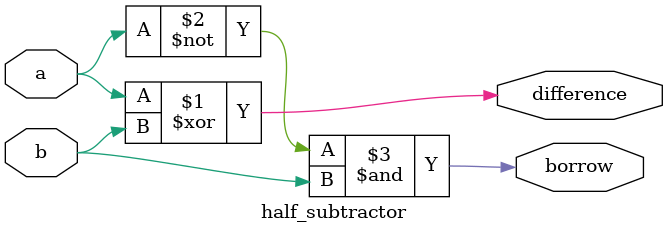
<source format=v>
module half_subtractor(difference,borrow,a,b);
input a,b;
output difference,borrow;
assign difference = a ^ b;
assign borrow = (~a) & b;
endmodule

</source>
